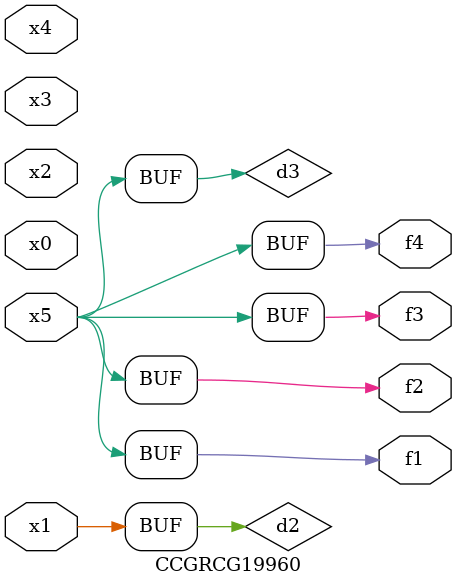
<source format=v>
module CCGRCG19960(
	input x0, x1, x2, x3, x4, x5,
	output f1, f2, f3, f4
);

	wire d1, d2, d3;

	not (d1, x5);
	or (d2, x1);
	xnor (d3, d1);
	assign f1 = d3;
	assign f2 = d3;
	assign f3 = d3;
	assign f4 = d3;
endmodule

</source>
